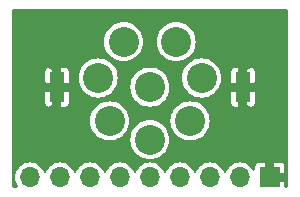
<source format=gbr>
%TF.GenerationSoftware,KiCad,Pcbnew,6.0.9-8da3e8f707~117~ubuntu22.04.1*%
%TF.CreationDate,2022-12-06T13:33:21-08:00*%
%TF.ProjectId,GX16-8P-Horizontal,47583136-2d38-4502-9d48-6f72697a6f6e,rev?*%
%TF.SameCoordinates,Original*%
%TF.FileFunction,Copper,L2,Bot*%
%TF.FilePolarity,Positive*%
%FSLAX46Y46*%
G04 Gerber Fmt 4.6, Leading zero omitted, Abs format (unit mm)*
G04 Created by KiCad (PCBNEW 6.0.9-8da3e8f707~117~ubuntu22.04.1) date 2022-12-06 13:33:21*
%MOMM*%
%LPD*%
G01*
G04 APERTURE LIST*
%TA.AperFunction,ComponentPad*%
%ADD10R,1.700000X1.700000*%
%TD*%
%TA.AperFunction,ComponentPad*%
%ADD11O,1.700000X1.700000*%
%TD*%
%TA.AperFunction,SMDPad,CuDef*%
%ADD12R,1.270000X2.540000*%
%TD*%
%TA.AperFunction,ComponentPad*%
%ADD13C,2.540000*%
%TD*%
%TA.AperFunction,ViaPad*%
%ADD14C,0.800000*%
%TD*%
G04 APERTURE END LIST*
D10*
%TO.P,J2,1,Pin_1*%
%TO.N,GND*%
X137160000Y-71120000D03*
D11*
%TO.P,J2,2,Pin_2*%
%TO.N,Net-(J1-Pad1)*%
X134620000Y-71120000D03*
%TO.P,J2,3,Pin_3*%
%TO.N,Net-(J1-Pad2)*%
X132080000Y-71120000D03*
%TO.P,J2,4,Pin_4*%
%TO.N,Net-(J1-Pad3)*%
X129540000Y-71120000D03*
%TO.P,J2,5,Pin_5*%
%TO.N,Net-(J1-Pad4)*%
X127000000Y-71120000D03*
%TO.P,J2,6,Pin_6*%
%TO.N,Net-(J1-Pad5)*%
X124460000Y-71120000D03*
%TO.P,J2,7,Pin_7*%
%TO.N,Net-(J1-Pad6)*%
X121920000Y-71120000D03*
%TO.P,J2,8,Pin_8*%
%TO.N,Net-(J1-Pad7)*%
X119380000Y-71120000D03*
%TO.P,J2,9,Pin_9*%
%TO.N,Net-(J1-Pad8)*%
X116840000Y-71120000D03*
%TD*%
D12*
%TO.P,J1,MP,MountPin*%
%TO.N,GND*%
X119126000Y-63500000D03*
X134874000Y-63500000D03*
D13*
%TO.P,J1,8,Pin_8*%
%TO.N,Net-(J1-Pad8)*%
X127000000Y-63500000D03*
%TO.P,J1,7,Pin_7*%
%TO.N,Net-(J1-Pad7)*%
X124777500Y-59651900D03*
%TO.P,J1,6,Pin_6*%
%TO.N,Net-(J1-Pad6)*%
X122623580Y-62727840D03*
%TO.P,J1,5,Pin_5*%
%TO.N,Net-(J1-Pad5)*%
X123596400Y-66357500D03*
%TO.P,J1,4,Pin_4*%
%TO.N,Net-(J1-Pad4)*%
X127000000Y-67945000D03*
%TO.P,J1,3,Pin_3*%
%TO.N,Net-(J1-Pad3)*%
X130403600Y-66357500D03*
%TO.P,J1,2,Pin_2*%
%TO.N,Net-(J1-Pad2)*%
X131376420Y-62727840D03*
%TO.P,J1,1,Pin_1*%
%TO.N,Net-(J1-Pad1)*%
X129222500Y-59651900D03*
%TD*%
D14*
%TO.N,GND*%
X137160000Y-69850000D03*
X138176000Y-63500000D03*
X115824000Y-63500000D03*
X133350000Y-57785000D03*
X115824000Y-69723000D03*
X135255000Y-65405000D03*
X135890000Y-63500000D03*
X135255000Y-61595000D03*
X137160000Y-57785000D03*
X116840000Y-57785000D03*
X127635000Y-57785000D03*
X125095000Y-62230000D03*
X125730000Y-65405000D03*
X128270000Y-65405000D03*
X128905000Y-62230000D03*
X133350000Y-67310000D03*
X130810000Y-68580000D03*
X123190000Y-68580000D03*
X120650000Y-67310000D03*
X118110000Y-69850000D03*
X120650000Y-69850000D03*
X123190000Y-69850000D03*
X125730000Y-69850000D03*
X128270000Y-69850000D03*
X130810000Y-69850000D03*
X133350000Y-69850000D03*
X118745000Y-65405000D03*
X118745000Y-61595000D03*
X118110000Y-63500000D03*
X122555000Y-58420000D03*
%TD*%
%TA.AperFunction,Conductor*%
%TO.N,GND*%
G36*
X138625621Y-56916502D02*
G01*
X138672114Y-56970158D01*
X138683500Y-57022500D01*
X138683500Y-71882500D01*
X138663498Y-71950621D01*
X138609842Y-71997114D01*
X138557500Y-72008500D01*
X138517000Y-72008500D01*
X138448879Y-71988498D01*
X138402386Y-71934842D01*
X138391000Y-71882500D01*
X138391000Y-71519115D01*
X138386525Y-71503876D01*
X138385135Y-71502671D01*
X138377452Y-71501000D01*
X136905000Y-71501000D01*
X136836879Y-71480998D01*
X136790386Y-71427342D01*
X136779000Y-71375000D01*
X136779000Y-70720885D01*
X137541000Y-70720885D01*
X137545475Y-70736124D01*
X137546865Y-70737329D01*
X137554548Y-70739000D01*
X138372885Y-70739000D01*
X138388124Y-70734525D01*
X138389329Y-70733135D01*
X138391000Y-70725452D01*
X138391000Y-70238496D01*
X138390330Y-70229336D01*
X138381402Y-70168687D01*
X138375661Y-70150213D01*
X138328665Y-70054493D01*
X138316705Y-70037788D01*
X138241678Y-69962891D01*
X138224950Y-69950959D01*
X138129140Y-69904127D01*
X138110672Y-69898419D01*
X138050636Y-69889660D01*
X138041537Y-69889000D01*
X137559115Y-69889000D01*
X137543876Y-69893475D01*
X137542671Y-69894865D01*
X137541000Y-69902548D01*
X137541000Y-70720885D01*
X136779000Y-70720885D01*
X136779000Y-69907115D01*
X136774525Y-69891876D01*
X136773135Y-69890671D01*
X136765452Y-69889000D01*
X136278496Y-69889000D01*
X136269336Y-69889670D01*
X136208687Y-69898598D01*
X136190213Y-69904339D01*
X136094493Y-69951335D01*
X136077788Y-69963295D01*
X136002891Y-70038322D01*
X135990959Y-70055050D01*
X135944127Y-70150860D01*
X135938419Y-70169328D01*
X135929660Y-70229364D01*
X135929000Y-70238463D01*
X135929000Y-70445567D01*
X135908998Y-70513688D01*
X135855342Y-70560181D01*
X135785068Y-70570285D01*
X135720488Y-70540791D01*
X135693881Y-70508567D01*
X135692908Y-70506882D01*
X135690584Y-70501898D01*
X135566987Y-70325383D01*
X135414617Y-70173013D01*
X135410109Y-70169856D01*
X135410106Y-70169854D01*
X135242611Y-70052573D01*
X135242609Y-70052572D01*
X135238102Y-70049416D01*
X135233120Y-70047093D01*
X135233115Y-70047090D01*
X135047789Y-69960671D01*
X135047787Y-69960670D01*
X135042807Y-69958348D01*
X135037499Y-69956926D01*
X135037497Y-69956925D01*
X134839980Y-69904001D01*
X134839978Y-69904001D01*
X134834665Y-69902577D01*
X134620000Y-69883796D01*
X134405335Y-69902577D01*
X134400022Y-69904001D01*
X134400020Y-69904001D01*
X134202503Y-69956925D01*
X134202501Y-69956926D01*
X134197193Y-69958348D01*
X134192213Y-69960670D01*
X134192211Y-69960671D01*
X134006885Y-70047090D01*
X134006880Y-70047093D01*
X134001898Y-70049416D01*
X133997391Y-70052572D01*
X133997389Y-70052573D01*
X133829894Y-70169854D01*
X133829891Y-70169856D01*
X133825383Y-70173013D01*
X133673013Y-70325383D01*
X133549416Y-70501898D01*
X133547093Y-70506880D01*
X133547090Y-70506885D01*
X133464195Y-70684654D01*
X133417277Y-70737939D01*
X133349000Y-70757400D01*
X133281040Y-70736858D01*
X133235805Y-70684654D01*
X133152910Y-70506885D01*
X133152907Y-70506880D01*
X133150584Y-70501898D01*
X133026987Y-70325383D01*
X132874617Y-70173013D01*
X132870109Y-70169856D01*
X132870106Y-70169854D01*
X132702611Y-70052573D01*
X132702609Y-70052572D01*
X132698102Y-70049416D01*
X132693120Y-70047093D01*
X132693115Y-70047090D01*
X132507789Y-69960671D01*
X132507787Y-69960670D01*
X132502807Y-69958348D01*
X132497499Y-69956926D01*
X132497497Y-69956925D01*
X132299980Y-69904001D01*
X132299978Y-69904001D01*
X132294665Y-69902577D01*
X132080000Y-69883796D01*
X131865335Y-69902577D01*
X131860022Y-69904001D01*
X131860020Y-69904001D01*
X131662503Y-69956925D01*
X131662501Y-69956926D01*
X131657193Y-69958348D01*
X131652213Y-69960670D01*
X131652211Y-69960671D01*
X131466885Y-70047090D01*
X131466880Y-70047093D01*
X131461898Y-70049416D01*
X131457391Y-70052572D01*
X131457389Y-70052573D01*
X131289894Y-70169854D01*
X131289891Y-70169856D01*
X131285383Y-70173013D01*
X131133013Y-70325383D01*
X131009416Y-70501898D01*
X131007093Y-70506880D01*
X131007090Y-70506885D01*
X130924195Y-70684654D01*
X130877277Y-70737939D01*
X130809000Y-70757400D01*
X130741040Y-70736858D01*
X130695805Y-70684654D01*
X130612910Y-70506885D01*
X130612907Y-70506880D01*
X130610584Y-70501898D01*
X130486987Y-70325383D01*
X130334617Y-70173013D01*
X130330109Y-70169856D01*
X130330106Y-70169854D01*
X130162611Y-70052573D01*
X130162609Y-70052572D01*
X130158102Y-70049416D01*
X130153120Y-70047093D01*
X130153115Y-70047090D01*
X129967789Y-69960671D01*
X129967787Y-69960670D01*
X129962807Y-69958348D01*
X129957499Y-69956926D01*
X129957497Y-69956925D01*
X129759980Y-69904001D01*
X129759978Y-69904001D01*
X129754665Y-69902577D01*
X129540000Y-69883796D01*
X129325335Y-69902577D01*
X129320022Y-69904001D01*
X129320020Y-69904001D01*
X129122503Y-69956925D01*
X129122501Y-69956926D01*
X129117193Y-69958348D01*
X129112213Y-69960670D01*
X129112211Y-69960671D01*
X128926885Y-70047090D01*
X128926880Y-70047093D01*
X128921898Y-70049416D01*
X128917391Y-70052572D01*
X128917389Y-70052573D01*
X128749894Y-70169854D01*
X128749891Y-70169856D01*
X128745383Y-70173013D01*
X128593013Y-70325383D01*
X128469416Y-70501898D01*
X128467093Y-70506880D01*
X128467090Y-70506885D01*
X128384195Y-70684654D01*
X128337277Y-70737939D01*
X128269000Y-70757400D01*
X128201040Y-70736858D01*
X128155805Y-70684654D01*
X128072910Y-70506885D01*
X128072907Y-70506880D01*
X128070584Y-70501898D01*
X127946987Y-70325383D01*
X127794617Y-70173013D01*
X127790109Y-70169856D01*
X127790106Y-70169854D01*
X127622611Y-70052573D01*
X127622609Y-70052572D01*
X127618102Y-70049416D01*
X127613120Y-70047093D01*
X127613115Y-70047090D01*
X127427789Y-69960671D01*
X127427787Y-69960670D01*
X127422807Y-69958348D01*
X127417499Y-69956926D01*
X127417497Y-69956925D01*
X127219980Y-69904001D01*
X127219978Y-69904001D01*
X127214665Y-69902577D01*
X127000000Y-69883796D01*
X126785335Y-69902577D01*
X126780022Y-69904001D01*
X126780020Y-69904001D01*
X126582503Y-69956925D01*
X126582501Y-69956926D01*
X126577193Y-69958348D01*
X126572213Y-69960670D01*
X126572211Y-69960671D01*
X126386885Y-70047090D01*
X126386880Y-70047093D01*
X126381898Y-70049416D01*
X126377391Y-70052572D01*
X126377389Y-70052573D01*
X126209894Y-70169854D01*
X126209891Y-70169856D01*
X126205383Y-70173013D01*
X126053013Y-70325383D01*
X125929416Y-70501898D01*
X125927093Y-70506880D01*
X125927090Y-70506885D01*
X125844195Y-70684654D01*
X125797277Y-70737939D01*
X125729000Y-70757400D01*
X125661040Y-70736858D01*
X125615805Y-70684654D01*
X125532910Y-70506885D01*
X125532907Y-70506880D01*
X125530584Y-70501898D01*
X125406987Y-70325383D01*
X125254617Y-70173013D01*
X125250109Y-70169856D01*
X125250106Y-70169854D01*
X125082611Y-70052573D01*
X125082609Y-70052572D01*
X125078102Y-70049416D01*
X125073120Y-70047093D01*
X125073115Y-70047090D01*
X124887789Y-69960671D01*
X124887787Y-69960670D01*
X124882807Y-69958348D01*
X124877499Y-69956926D01*
X124877497Y-69956925D01*
X124679980Y-69904001D01*
X124679978Y-69904001D01*
X124674665Y-69902577D01*
X124460000Y-69883796D01*
X124245335Y-69902577D01*
X124240022Y-69904001D01*
X124240020Y-69904001D01*
X124042503Y-69956925D01*
X124042501Y-69956926D01*
X124037193Y-69958348D01*
X124032213Y-69960670D01*
X124032211Y-69960671D01*
X123846885Y-70047090D01*
X123846880Y-70047093D01*
X123841898Y-70049416D01*
X123837391Y-70052572D01*
X123837389Y-70052573D01*
X123669894Y-70169854D01*
X123669891Y-70169856D01*
X123665383Y-70173013D01*
X123513013Y-70325383D01*
X123389416Y-70501898D01*
X123387093Y-70506880D01*
X123387090Y-70506885D01*
X123304195Y-70684654D01*
X123257277Y-70737939D01*
X123189000Y-70757400D01*
X123121040Y-70736858D01*
X123075805Y-70684654D01*
X122992910Y-70506885D01*
X122992907Y-70506880D01*
X122990584Y-70501898D01*
X122866987Y-70325383D01*
X122714617Y-70173013D01*
X122710109Y-70169856D01*
X122710106Y-70169854D01*
X122542611Y-70052573D01*
X122542609Y-70052572D01*
X122538102Y-70049416D01*
X122533120Y-70047093D01*
X122533115Y-70047090D01*
X122347789Y-69960671D01*
X122347787Y-69960670D01*
X122342807Y-69958348D01*
X122337499Y-69956926D01*
X122337497Y-69956925D01*
X122139980Y-69904001D01*
X122139978Y-69904001D01*
X122134665Y-69902577D01*
X121920000Y-69883796D01*
X121705335Y-69902577D01*
X121700022Y-69904001D01*
X121700020Y-69904001D01*
X121502503Y-69956925D01*
X121502501Y-69956926D01*
X121497193Y-69958348D01*
X121492213Y-69960670D01*
X121492211Y-69960671D01*
X121306885Y-70047090D01*
X121306880Y-70047093D01*
X121301898Y-70049416D01*
X121297391Y-70052572D01*
X121297389Y-70052573D01*
X121129894Y-70169854D01*
X121129891Y-70169856D01*
X121125383Y-70173013D01*
X120973013Y-70325383D01*
X120849416Y-70501898D01*
X120847093Y-70506880D01*
X120847090Y-70506885D01*
X120764195Y-70684654D01*
X120717277Y-70737939D01*
X120649000Y-70757400D01*
X120581040Y-70736858D01*
X120535805Y-70684654D01*
X120452910Y-70506885D01*
X120452907Y-70506880D01*
X120450584Y-70501898D01*
X120326987Y-70325383D01*
X120174617Y-70173013D01*
X120170109Y-70169856D01*
X120170106Y-70169854D01*
X120002611Y-70052573D01*
X120002609Y-70052572D01*
X119998102Y-70049416D01*
X119993120Y-70047093D01*
X119993115Y-70047090D01*
X119807789Y-69960671D01*
X119807787Y-69960670D01*
X119802807Y-69958348D01*
X119797499Y-69956926D01*
X119797497Y-69956925D01*
X119599980Y-69904001D01*
X119599978Y-69904001D01*
X119594665Y-69902577D01*
X119380000Y-69883796D01*
X119165335Y-69902577D01*
X119160022Y-69904001D01*
X119160020Y-69904001D01*
X118962503Y-69956925D01*
X118962501Y-69956926D01*
X118957193Y-69958348D01*
X118952213Y-69960670D01*
X118952211Y-69960671D01*
X118766885Y-70047090D01*
X118766880Y-70047093D01*
X118761898Y-70049416D01*
X118757391Y-70052572D01*
X118757389Y-70052573D01*
X118589894Y-70169854D01*
X118589891Y-70169856D01*
X118585383Y-70173013D01*
X118433013Y-70325383D01*
X118309416Y-70501898D01*
X118307093Y-70506880D01*
X118307090Y-70506885D01*
X118224195Y-70684654D01*
X118177277Y-70737939D01*
X118109000Y-70757400D01*
X118041040Y-70736858D01*
X117995805Y-70684654D01*
X117912910Y-70506885D01*
X117912907Y-70506880D01*
X117910584Y-70501898D01*
X117786987Y-70325383D01*
X117634617Y-70173013D01*
X117630109Y-70169856D01*
X117630106Y-70169854D01*
X117462611Y-70052573D01*
X117462609Y-70052572D01*
X117458102Y-70049416D01*
X117453120Y-70047093D01*
X117453115Y-70047090D01*
X117267789Y-69960671D01*
X117267787Y-69960670D01*
X117262807Y-69958348D01*
X117257499Y-69956926D01*
X117257497Y-69956925D01*
X117059980Y-69904001D01*
X117059978Y-69904001D01*
X117054665Y-69902577D01*
X116840000Y-69883796D01*
X116625335Y-69902577D01*
X116620022Y-69904001D01*
X116620020Y-69904001D01*
X116422503Y-69956925D01*
X116422501Y-69956926D01*
X116417193Y-69958348D01*
X116412213Y-69960670D01*
X116412211Y-69960671D01*
X116226885Y-70047090D01*
X116226880Y-70047093D01*
X116221898Y-70049416D01*
X116217391Y-70052572D01*
X116217389Y-70052573D01*
X116049894Y-70169854D01*
X116049891Y-70169856D01*
X116045383Y-70173013D01*
X115893013Y-70325383D01*
X115769416Y-70501898D01*
X115767093Y-70506880D01*
X115767090Y-70506885D01*
X115742238Y-70560181D01*
X115678348Y-70697193D01*
X115676926Y-70702501D01*
X115676925Y-70702503D01*
X115667430Y-70737939D01*
X115622577Y-70905335D01*
X115603796Y-71120000D01*
X115622577Y-71334665D01*
X115624001Y-71339978D01*
X115624001Y-71339980D01*
X115667917Y-71503876D01*
X115678348Y-71542807D01*
X115680670Y-71547787D01*
X115680671Y-71547789D01*
X115767090Y-71733115D01*
X115767093Y-71733120D01*
X115769416Y-71738102D01*
X115772573Y-71742610D01*
X115819920Y-71810229D01*
X115842608Y-71877503D01*
X115825323Y-71946364D01*
X115773553Y-71994948D01*
X115716707Y-72008500D01*
X115442500Y-72008500D01*
X115374379Y-71988498D01*
X115327886Y-71934842D01*
X115316500Y-71882500D01*
X115316500Y-66357500D01*
X121939793Y-66357500D01*
X121960189Y-66616650D01*
X122020873Y-66869420D01*
X122120352Y-67109584D01*
X122256177Y-67331229D01*
X122425002Y-67528898D01*
X122622671Y-67697723D01*
X122844316Y-67833548D01*
X122848886Y-67835441D01*
X122848888Y-67835442D01*
X123079907Y-67931133D01*
X123084480Y-67933027D01*
X123113817Y-67940070D01*
X123332437Y-67992556D01*
X123332443Y-67992557D01*
X123337250Y-67993711D01*
X123596400Y-68014107D01*
X123855550Y-67993711D01*
X123860357Y-67992557D01*
X123860363Y-67992556D01*
X124058448Y-67945000D01*
X125343393Y-67945000D01*
X125363789Y-68204150D01*
X125424473Y-68456920D01*
X125523952Y-68697084D01*
X125659777Y-68918729D01*
X125828602Y-69116398D01*
X126026271Y-69285223D01*
X126247916Y-69421048D01*
X126252486Y-69422941D01*
X126252488Y-69422942D01*
X126483507Y-69518633D01*
X126488080Y-69520527D01*
X126574543Y-69541285D01*
X126736037Y-69580056D01*
X126736043Y-69580057D01*
X126740850Y-69581211D01*
X127000000Y-69601607D01*
X127259150Y-69581211D01*
X127263957Y-69580057D01*
X127263963Y-69580056D01*
X127425457Y-69541285D01*
X127511920Y-69520527D01*
X127516493Y-69518633D01*
X127747512Y-69422942D01*
X127747514Y-69422941D01*
X127752084Y-69421048D01*
X127973729Y-69285223D01*
X128171398Y-69116398D01*
X128340223Y-68918729D01*
X128476048Y-68697084D01*
X128575527Y-68456920D01*
X128636211Y-68204150D01*
X128656607Y-67945000D01*
X128636211Y-67685850D01*
X128575527Y-67433080D01*
X128476048Y-67192916D01*
X128340223Y-66971271D01*
X128171398Y-66773602D01*
X127973729Y-66604777D01*
X127752084Y-66468952D01*
X127747514Y-66467059D01*
X127747512Y-66467058D01*
X127516493Y-66371367D01*
X127516491Y-66371366D01*
X127511920Y-66369473D01*
X127462049Y-66357500D01*
X128746993Y-66357500D01*
X128767389Y-66616650D01*
X128828073Y-66869420D01*
X128927552Y-67109584D01*
X129063377Y-67331229D01*
X129232202Y-67528898D01*
X129429871Y-67697723D01*
X129651516Y-67833548D01*
X129656086Y-67835441D01*
X129656088Y-67835442D01*
X129887107Y-67931133D01*
X129891680Y-67933027D01*
X129921017Y-67940070D01*
X130139637Y-67992556D01*
X130139643Y-67992557D01*
X130144450Y-67993711D01*
X130403600Y-68014107D01*
X130662750Y-67993711D01*
X130667557Y-67992557D01*
X130667563Y-67992556D01*
X130886183Y-67940070D01*
X130915520Y-67933027D01*
X130920093Y-67931133D01*
X131151112Y-67835442D01*
X131151114Y-67835441D01*
X131155684Y-67833548D01*
X131377329Y-67697723D01*
X131574998Y-67528898D01*
X131743823Y-67331229D01*
X131879648Y-67109584D01*
X131979127Y-66869420D01*
X132039811Y-66616650D01*
X132060207Y-66357500D01*
X132039811Y-66098350D01*
X131979127Y-65845580D01*
X131879648Y-65605416D01*
X131743823Y-65383771D01*
X131574998Y-65186102D01*
X131446910Y-65076705D01*
X131381097Y-65020495D01*
X131381096Y-65020494D01*
X131377329Y-65017277D01*
X131155684Y-64881452D01*
X131151114Y-64879559D01*
X131151112Y-64879558D01*
X130962673Y-64801504D01*
X133858000Y-64801504D01*
X133858670Y-64810664D01*
X133867598Y-64871313D01*
X133873339Y-64889787D01*
X133920335Y-64985507D01*
X133932295Y-65002212D01*
X134007322Y-65077109D01*
X134024050Y-65089041D01*
X134119860Y-65135873D01*
X134138328Y-65141581D01*
X134198364Y-65150340D01*
X134207463Y-65151000D01*
X134474885Y-65151000D01*
X134490124Y-65146525D01*
X134491329Y-65145135D01*
X134493000Y-65137452D01*
X134493000Y-65132885D01*
X135255000Y-65132885D01*
X135259475Y-65148124D01*
X135260865Y-65149329D01*
X135268548Y-65151000D01*
X135540504Y-65151000D01*
X135549664Y-65150330D01*
X135610313Y-65141402D01*
X135628787Y-65135661D01*
X135724507Y-65088665D01*
X135741212Y-65076705D01*
X135816109Y-65001678D01*
X135828041Y-64984950D01*
X135874873Y-64889140D01*
X135880581Y-64870672D01*
X135889340Y-64810636D01*
X135890000Y-64801537D01*
X135890000Y-63899115D01*
X135885525Y-63883876D01*
X135884135Y-63882671D01*
X135876452Y-63881000D01*
X135273115Y-63881000D01*
X135257876Y-63885475D01*
X135256671Y-63886865D01*
X135255000Y-63894548D01*
X135255000Y-65132885D01*
X134493000Y-65132885D01*
X134493000Y-63899115D01*
X134488525Y-63883876D01*
X134487135Y-63882671D01*
X134479452Y-63881000D01*
X133876115Y-63881000D01*
X133860876Y-63885475D01*
X133859671Y-63886865D01*
X133858000Y-63894548D01*
X133858000Y-64801504D01*
X130962673Y-64801504D01*
X130920093Y-64783867D01*
X130920091Y-64783866D01*
X130915520Y-64781973D01*
X130829057Y-64761215D01*
X130667563Y-64722444D01*
X130667557Y-64722443D01*
X130662750Y-64721289D01*
X130403600Y-64700893D01*
X130144450Y-64721289D01*
X130139643Y-64722443D01*
X130139637Y-64722444D01*
X129978143Y-64761215D01*
X129891680Y-64781973D01*
X129887109Y-64783866D01*
X129887107Y-64783867D01*
X129656088Y-64879558D01*
X129656086Y-64879559D01*
X129651516Y-64881452D01*
X129429871Y-65017277D01*
X129426104Y-65020494D01*
X129426103Y-65020495D01*
X129360290Y-65076705D01*
X129232202Y-65186102D01*
X129063377Y-65383771D01*
X128927552Y-65605416D01*
X128828073Y-65845580D01*
X128767389Y-66098350D01*
X128746993Y-66357500D01*
X127462049Y-66357500D01*
X127425457Y-66348715D01*
X127263963Y-66309944D01*
X127263957Y-66309943D01*
X127259150Y-66308789D01*
X127000000Y-66288393D01*
X126740850Y-66308789D01*
X126736043Y-66309943D01*
X126736037Y-66309944D01*
X126574543Y-66348715D01*
X126488080Y-66369473D01*
X126483509Y-66371366D01*
X126483507Y-66371367D01*
X126252488Y-66467058D01*
X126252486Y-66467059D01*
X126247916Y-66468952D01*
X126026271Y-66604777D01*
X125828602Y-66773602D01*
X125659777Y-66971271D01*
X125523952Y-67192916D01*
X125424473Y-67433080D01*
X125363789Y-67685850D01*
X125343393Y-67945000D01*
X124058448Y-67945000D01*
X124078983Y-67940070D01*
X124108320Y-67933027D01*
X124112893Y-67931133D01*
X124343912Y-67835442D01*
X124343914Y-67835441D01*
X124348484Y-67833548D01*
X124570129Y-67697723D01*
X124767798Y-67528898D01*
X124936623Y-67331229D01*
X125072448Y-67109584D01*
X125171927Y-66869420D01*
X125232611Y-66616650D01*
X125253007Y-66357500D01*
X125232611Y-66098350D01*
X125171927Y-65845580D01*
X125072448Y-65605416D01*
X124936623Y-65383771D01*
X124767798Y-65186102D01*
X124639710Y-65076705D01*
X124573897Y-65020495D01*
X124573896Y-65020494D01*
X124570129Y-65017277D01*
X124348484Y-64881452D01*
X124343914Y-64879559D01*
X124343912Y-64879558D01*
X124112893Y-64783867D01*
X124112891Y-64783866D01*
X124108320Y-64781973D01*
X124021857Y-64761215D01*
X123860363Y-64722444D01*
X123860357Y-64722443D01*
X123855550Y-64721289D01*
X123596400Y-64700893D01*
X123337250Y-64721289D01*
X123332443Y-64722443D01*
X123332437Y-64722444D01*
X123170943Y-64761215D01*
X123084480Y-64781973D01*
X123079909Y-64783866D01*
X123079907Y-64783867D01*
X122848888Y-64879558D01*
X122848886Y-64879559D01*
X122844316Y-64881452D01*
X122622671Y-65017277D01*
X122618904Y-65020494D01*
X122618903Y-65020495D01*
X122553090Y-65076705D01*
X122425002Y-65186102D01*
X122256177Y-65383771D01*
X122120352Y-65605416D01*
X122020873Y-65845580D01*
X121960189Y-66098350D01*
X121939793Y-66357500D01*
X115316500Y-66357500D01*
X115316500Y-64801504D01*
X118110000Y-64801504D01*
X118110670Y-64810664D01*
X118119598Y-64871313D01*
X118125339Y-64889787D01*
X118172335Y-64985507D01*
X118184295Y-65002212D01*
X118259322Y-65077109D01*
X118276050Y-65089041D01*
X118371860Y-65135873D01*
X118390328Y-65141581D01*
X118450364Y-65150340D01*
X118459463Y-65151000D01*
X118726885Y-65151000D01*
X118742124Y-65146525D01*
X118743329Y-65145135D01*
X118745000Y-65137452D01*
X118745000Y-65132885D01*
X119507000Y-65132885D01*
X119511475Y-65148124D01*
X119512865Y-65149329D01*
X119520548Y-65151000D01*
X119792504Y-65151000D01*
X119801664Y-65150330D01*
X119862313Y-65141402D01*
X119880787Y-65135661D01*
X119976507Y-65088665D01*
X119993212Y-65076705D01*
X120068109Y-65001678D01*
X120080041Y-64984950D01*
X120126873Y-64889140D01*
X120132581Y-64870672D01*
X120141340Y-64810636D01*
X120142000Y-64801537D01*
X120142000Y-63899115D01*
X120137525Y-63883876D01*
X120136135Y-63882671D01*
X120128452Y-63881000D01*
X119525115Y-63881000D01*
X119509876Y-63885475D01*
X119508671Y-63886865D01*
X119507000Y-63894548D01*
X119507000Y-65132885D01*
X118745000Y-65132885D01*
X118745000Y-63899115D01*
X118740525Y-63883876D01*
X118739135Y-63882671D01*
X118731452Y-63881000D01*
X118128115Y-63881000D01*
X118112876Y-63885475D01*
X118111671Y-63886865D01*
X118110000Y-63894548D01*
X118110000Y-64801504D01*
X115316500Y-64801504D01*
X115316500Y-63100885D01*
X118110000Y-63100885D01*
X118114475Y-63116124D01*
X118115865Y-63117329D01*
X118123548Y-63119000D01*
X118726885Y-63119000D01*
X118742124Y-63114525D01*
X118743329Y-63113135D01*
X118745000Y-63105452D01*
X118745000Y-63100885D01*
X119507000Y-63100885D01*
X119511475Y-63116124D01*
X119512865Y-63117329D01*
X119520548Y-63119000D01*
X120123885Y-63119000D01*
X120139124Y-63114525D01*
X120140329Y-63113135D01*
X120142000Y-63105452D01*
X120142000Y-62727840D01*
X120966973Y-62727840D01*
X120987369Y-62986990D01*
X120988523Y-62991797D01*
X120988524Y-62991803D01*
X121014712Y-63100885D01*
X121048053Y-63239760D01*
X121147532Y-63479924D01*
X121283357Y-63701569D01*
X121452182Y-63899238D01*
X121649851Y-64068063D01*
X121871496Y-64203888D01*
X121876066Y-64205781D01*
X121876068Y-64205782D01*
X122107087Y-64301473D01*
X122111660Y-64303367D01*
X122198123Y-64324125D01*
X122359617Y-64362896D01*
X122359623Y-64362897D01*
X122364430Y-64364051D01*
X122623580Y-64384447D01*
X122882730Y-64364051D01*
X122887537Y-64362897D01*
X122887543Y-64362896D01*
X123049037Y-64324125D01*
X123135500Y-64303367D01*
X123140073Y-64301473D01*
X123371092Y-64205782D01*
X123371094Y-64205781D01*
X123375664Y-64203888D01*
X123597309Y-64068063D01*
X123794978Y-63899238D01*
X123963803Y-63701569D01*
X124087325Y-63500000D01*
X125343393Y-63500000D01*
X125363789Y-63759150D01*
X125364943Y-63763957D01*
X125364944Y-63763963D01*
X125394450Y-63886865D01*
X125424473Y-64011920D01*
X125426366Y-64016491D01*
X125426367Y-64016493D01*
X125503989Y-64203888D01*
X125523952Y-64252084D01*
X125659777Y-64473729D01*
X125828602Y-64671398D01*
X125832364Y-64674611D01*
X125956717Y-64780818D01*
X126026271Y-64840223D01*
X126247916Y-64976048D01*
X126252486Y-64977941D01*
X126252488Y-64977942D01*
X126483507Y-65073633D01*
X126488080Y-65075527D01*
X126544371Y-65089041D01*
X126736037Y-65135056D01*
X126736043Y-65135057D01*
X126740850Y-65136211D01*
X127000000Y-65156607D01*
X127259150Y-65136211D01*
X127263957Y-65135057D01*
X127263963Y-65135056D01*
X127455629Y-65089041D01*
X127511920Y-65075527D01*
X127516493Y-65073633D01*
X127747512Y-64977942D01*
X127747514Y-64977941D01*
X127752084Y-64976048D01*
X127973729Y-64840223D01*
X128043284Y-64780818D01*
X128167636Y-64674611D01*
X128171398Y-64671398D01*
X128340223Y-64473729D01*
X128476048Y-64252084D01*
X128496012Y-64203888D01*
X128573633Y-64016493D01*
X128573634Y-64016491D01*
X128575527Y-64011920D01*
X128605550Y-63886865D01*
X128635056Y-63763963D01*
X128635057Y-63763957D01*
X128636211Y-63759150D01*
X128656607Y-63500000D01*
X128636211Y-63240850D01*
X128634795Y-63234948D01*
X128576682Y-62992892D01*
X128575527Y-62988080D01*
X128476048Y-62747916D01*
X128463745Y-62727840D01*
X129719813Y-62727840D01*
X129740209Y-62986990D01*
X129741363Y-62991797D01*
X129741364Y-62991803D01*
X129767552Y-63100885D01*
X129800893Y-63239760D01*
X129900372Y-63479924D01*
X130036197Y-63701569D01*
X130205022Y-63899238D01*
X130402691Y-64068063D01*
X130624336Y-64203888D01*
X130628906Y-64205781D01*
X130628908Y-64205782D01*
X130859927Y-64301473D01*
X130864500Y-64303367D01*
X130950963Y-64324125D01*
X131112457Y-64362896D01*
X131112463Y-64362897D01*
X131117270Y-64364051D01*
X131376420Y-64384447D01*
X131635570Y-64364051D01*
X131640377Y-64362897D01*
X131640383Y-64362896D01*
X131801877Y-64324125D01*
X131888340Y-64303367D01*
X131892913Y-64301473D01*
X132123932Y-64205782D01*
X132123934Y-64205781D01*
X132128504Y-64203888D01*
X132350149Y-64068063D01*
X132547818Y-63899238D01*
X132716643Y-63701569D01*
X132852468Y-63479924D01*
X132951947Y-63239760D01*
X132985288Y-63100885D01*
X133858000Y-63100885D01*
X133862475Y-63116124D01*
X133863865Y-63117329D01*
X133871548Y-63119000D01*
X134474885Y-63119000D01*
X134490124Y-63114525D01*
X134491329Y-63113135D01*
X134493000Y-63105452D01*
X134493000Y-63100885D01*
X135255000Y-63100885D01*
X135259475Y-63116124D01*
X135260865Y-63117329D01*
X135268548Y-63119000D01*
X135871885Y-63119000D01*
X135887124Y-63114525D01*
X135888329Y-63113135D01*
X135890000Y-63105452D01*
X135890000Y-62198496D01*
X135889330Y-62189336D01*
X135880402Y-62128687D01*
X135874661Y-62110213D01*
X135827665Y-62014493D01*
X135815705Y-61997788D01*
X135740678Y-61922891D01*
X135723950Y-61910959D01*
X135628140Y-61864127D01*
X135609672Y-61858419D01*
X135549636Y-61849660D01*
X135540537Y-61849000D01*
X135273115Y-61849000D01*
X135257876Y-61853475D01*
X135256671Y-61854865D01*
X135255000Y-61862548D01*
X135255000Y-63100885D01*
X134493000Y-63100885D01*
X134493000Y-61867115D01*
X134488525Y-61851876D01*
X134487135Y-61850671D01*
X134479452Y-61849000D01*
X134207496Y-61849000D01*
X134198336Y-61849670D01*
X134137687Y-61858598D01*
X134119213Y-61864339D01*
X134023493Y-61911335D01*
X134006788Y-61923295D01*
X133931891Y-61998322D01*
X133919959Y-62015050D01*
X133873127Y-62110860D01*
X133867419Y-62129328D01*
X133858660Y-62189364D01*
X133858000Y-62198463D01*
X133858000Y-63100885D01*
X132985288Y-63100885D01*
X133011476Y-62991803D01*
X133011477Y-62991797D01*
X133012631Y-62986990D01*
X133033027Y-62727840D01*
X133012631Y-62468690D01*
X132951947Y-62215920D01*
X132928692Y-62159777D01*
X132854362Y-61980328D01*
X132854361Y-61980326D01*
X132852468Y-61975756D01*
X132716643Y-61754111D01*
X132547818Y-61556442D01*
X132350149Y-61387617D01*
X132128504Y-61251792D01*
X132123934Y-61249899D01*
X132123932Y-61249898D01*
X131892913Y-61154207D01*
X131892911Y-61154206D01*
X131888340Y-61152313D01*
X131801877Y-61131555D01*
X131640383Y-61092784D01*
X131640377Y-61092783D01*
X131635570Y-61091629D01*
X131376420Y-61071233D01*
X131117270Y-61091629D01*
X131112463Y-61092783D01*
X131112457Y-61092784D01*
X130950963Y-61131555D01*
X130864500Y-61152313D01*
X130859929Y-61154206D01*
X130859927Y-61154207D01*
X130628908Y-61249898D01*
X130628906Y-61249899D01*
X130624336Y-61251792D01*
X130402691Y-61387617D01*
X130205022Y-61556442D01*
X130036197Y-61754111D01*
X129900372Y-61975756D01*
X129898479Y-61980326D01*
X129898478Y-61980328D01*
X129824148Y-62159777D01*
X129800893Y-62215920D01*
X129740209Y-62468690D01*
X129719813Y-62727840D01*
X128463745Y-62727840D01*
X128340223Y-62526271D01*
X128171398Y-62328602D01*
X127973729Y-62159777D01*
X127752084Y-62023952D01*
X127747514Y-62022059D01*
X127747512Y-62022058D01*
X127516493Y-61926367D01*
X127516491Y-61926366D01*
X127511920Y-61924473D01*
X127425457Y-61903715D01*
X127263963Y-61864944D01*
X127263957Y-61864943D01*
X127259150Y-61863789D01*
X127000000Y-61843393D01*
X126740850Y-61863789D01*
X126736043Y-61864943D01*
X126736037Y-61864944D01*
X126574543Y-61903715D01*
X126488080Y-61924473D01*
X126483509Y-61926366D01*
X126483507Y-61926367D01*
X126252488Y-62022058D01*
X126252486Y-62022059D01*
X126247916Y-62023952D01*
X126026271Y-62159777D01*
X125828602Y-62328602D01*
X125659777Y-62526271D01*
X125523952Y-62747916D01*
X125424473Y-62988080D01*
X125423318Y-62992892D01*
X125365206Y-63234948D01*
X125363789Y-63240850D01*
X125343393Y-63500000D01*
X124087325Y-63500000D01*
X124099628Y-63479924D01*
X124199107Y-63239760D01*
X124232448Y-63100885D01*
X124258636Y-62991803D01*
X124258637Y-62991797D01*
X124259791Y-62986990D01*
X124280187Y-62727840D01*
X124259791Y-62468690D01*
X124199107Y-62215920D01*
X124175852Y-62159777D01*
X124101522Y-61980328D01*
X124101521Y-61980326D01*
X124099628Y-61975756D01*
X123963803Y-61754111D01*
X123794978Y-61556442D01*
X123597309Y-61387617D01*
X123375664Y-61251792D01*
X123371094Y-61249899D01*
X123371092Y-61249898D01*
X123140073Y-61154207D01*
X123140071Y-61154206D01*
X123135500Y-61152313D01*
X123049037Y-61131555D01*
X122887543Y-61092784D01*
X122887537Y-61092783D01*
X122882730Y-61091629D01*
X122623580Y-61071233D01*
X122364430Y-61091629D01*
X122359623Y-61092783D01*
X122359617Y-61092784D01*
X122198123Y-61131555D01*
X122111660Y-61152313D01*
X122107089Y-61154206D01*
X122107087Y-61154207D01*
X121876068Y-61249898D01*
X121876066Y-61249899D01*
X121871496Y-61251792D01*
X121649851Y-61387617D01*
X121452182Y-61556442D01*
X121283357Y-61754111D01*
X121147532Y-61975756D01*
X121145639Y-61980326D01*
X121145638Y-61980328D01*
X121071308Y-62159777D01*
X121048053Y-62215920D01*
X120987369Y-62468690D01*
X120966973Y-62727840D01*
X120142000Y-62727840D01*
X120142000Y-62198496D01*
X120141330Y-62189336D01*
X120132402Y-62128687D01*
X120126661Y-62110213D01*
X120079665Y-62014493D01*
X120067705Y-61997788D01*
X119992678Y-61922891D01*
X119975950Y-61910959D01*
X119880140Y-61864127D01*
X119861672Y-61858419D01*
X119801636Y-61849660D01*
X119792537Y-61849000D01*
X119525115Y-61849000D01*
X119509876Y-61853475D01*
X119508671Y-61854865D01*
X119507000Y-61862548D01*
X119507000Y-63100885D01*
X118745000Y-63100885D01*
X118745000Y-61867115D01*
X118740525Y-61851876D01*
X118739135Y-61850671D01*
X118731452Y-61849000D01*
X118459496Y-61849000D01*
X118450336Y-61849670D01*
X118389687Y-61858598D01*
X118371213Y-61864339D01*
X118275493Y-61911335D01*
X118258788Y-61923295D01*
X118183891Y-61998322D01*
X118171959Y-62015050D01*
X118125127Y-62110860D01*
X118119419Y-62129328D01*
X118110660Y-62189364D01*
X118110000Y-62198463D01*
X118110000Y-63100885D01*
X115316500Y-63100885D01*
X115316500Y-59651900D01*
X123120893Y-59651900D01*
X123141289Y-59911050D01*
X123201973Y-60163820D01*
X123301452Y-60403984D01*
X123437277Y-60625629D01*
X123606102Y-60823298D01*
X123803771Y-60992123D01*
X124025416Y-61127948D01*
X124029986Y-61129841D01*
X124029988Y-61129842D01*
X124261007Y-61225533D01*
X124265580Y-61227427D01*
X124352043Y-61248185D01*
X124513537Y-61286956D01*
X124513543Y-61286957D01*
X124518350Y-61288111D01*
X124777500Y-61308507D01*
X125036650Y-61288111D01*
X125041457Y-61286957D01*
X125041463Y-61286956D01*
X125202957Y-61248185D01*
X125289420Y-61227427D01*
X125293993Y-61225533D01*
X125525012Y-61129842D01*
X125525014Y-61129841D01*
X125529584Y-61127948D01*
X125751229Y-60992123D01*
X125948898Y-60823298D01*
X126117723Y-60625629D01*
X126253548Y-60403984D01*
X126353027Y-60163820D01*
X126413711Y-59911050D01*
X126434107Y-59651900D01*
X127565893Y-59651900D01*
X127586289Y-59911050D01*
X127646973Y-60163820D01*
X127746452Y-60403984D01*
X127882277Y-60625629D01*
X128051102Y-60823298D01*
X128248771Y-60992123D01*
X128470416Y-61127948D01*
X128474986Y-61129841D01*
X128474988Y-61129842D01*
X128706007Y-61225533D01*
X128710580Y-61227427D01*
X128797043Y-61248185D01*
X128958537Y-61286956D01*
X128958543Y-61286957D01*
X128963350Y-61288111D01*
X129222500Y-61308507D01*
X129481650Y-61288111D01*
X129486457Y-61286957D01*
X129486463Y-61286956D01*
X129647957Y-61248185D01*
X129734420Y-61227427D01*
X129738993Y-61225533D01*
X129970012Y-61129842D01*
X129970014Y-61129841D01*
X129974584Y-61127948D01*
X130196229Y-60992123D01*
X130393898Y-60823298D01*
X130562723Y-60625629D01*
X130698548Y-60403984D01*
X130798027Y-60163820D01*
X130858711Y-59911050D01*
X130879107Y-59651900D01*
X130858711Y-59392750D01*
X130798027Y-59139980D01*
X130698548Y-58899816D01*
X130562723Y-58678171D01*
X130393898Y-58480502D01*
X130196229Y-58311677D01*
X129974584Y-58175852D01*
X129970014Y-58173959D01*
X129970012Y-58173958D01*
X129738993Y-58078267D01*
X129738991Y-58078266D01*
X129734420Y-58076373D01*
X129647957Y-58055615D01*
X129486463Y-58016844D01*
X129486457Y-58016843D01*
X129481650Y-58015689D01*
X129222500Y-57995293D01*
X128963350Y-58015689D01*
X128958543Y-58016843D01*
X128958537Y-58016844D01*
X128797043Y-58055615D01*
X128710580Y-58076373D01*
X128706009Y-58078266D01*
X128706007Y-58078267D01*
X128474988Y-58173958D01*
X128474986Y-58173959D01*
X128470416Y-58175852D01*
X128248771Y-58311677D01*
X128051102Y-58480502D01*
X127882277Y-58678171D01*
X127746452Y-58899816D01*
X127646973Y-59139980D01*
X127586289Y-59392750D01*
X127565893Y-59651900D01*
X126434107Y-59651900D01*
X126413711Y-59392750D01*
X126353027Y-59139980D01*
X126253548Y-58899816D01*
X126117723Y-58678171D01*
X125948898Y-58480502D01*
X125751229Y-58311677D01*
X125529584Y-58175852D01*
X125525014Y-58173959D01*
X125525012Y-58173958D01*
X125293993Y-58078267D01*
X125293991Y-58078266D01*
X125289420Y-58076373D01*
X125202957Y-58055615D01*
X125041463Y-58016844D01*
X125041457Y-58016843D01*
X125036650Y-58015689D01*
X124777500Y-57995293D01*
X124518350Y-58015689D01*
X124513543Y-58016843D01*
X124513537Y-58016844D01*
X124352043Y-58055615D01*
X124265580Y-58076373D01*
X124261009Y-58078266D01*
X124261007Y-58078267D01*
X124029988Y-58173958D01*
X124029986Y-58173959D01*
X124025416Y-58175852D01*
X123803771Y-58311677D01*
X123606102Y-58480502D01*
X123437277Y-58678171D01*
X123301452Y-58899816D01*
X123201973Y-59139980D01*
X123141289Y-59392750D01*
X123120893Y-59651900D01*
X115316500Y-59651900D01*
X115316500Y-57022500D01*
X115336502Y-56954379D01*
X115390158Y-56907886D01*
X115442500Y-56896500D01*
X138557500Y-56896500D01*
X138625621Y-56916502D01*
G37*
%TD.AperFunction*%
%TD*%
M02*

</source>
